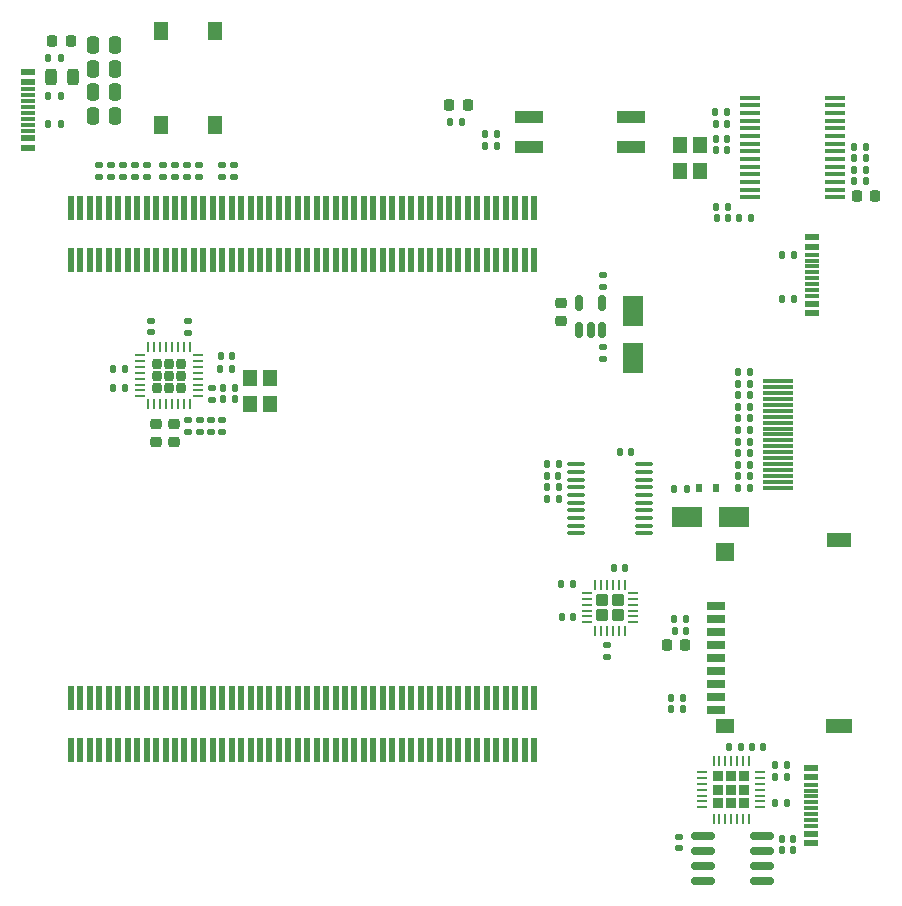
<source format=gbr>
G04 #@! TF.GenerationSoftware,KiCad,Pcbnew,(6.0.7)*
G04 #@! TF.CreationDate,2022-12-09T22:25:58+08:00*
G04 #@! TF.ProjectId,ZYNQ7000_MINIMB,5a594e51-3730-4303-905f-4d494e494d42,rev?*
G04 #@! TF.SameCoordinates,Original*
G04 #@! TF.FileFunction,Paste,Top*
G04 #@! TF.FilePolarity,Positive*
%FSLAX46Y46*%
G04 Gerber Fmt 4.6, Leading zero omitted, Abs format (unit mm)*
G04 Created by KiCad (PCBNEW (6.0.7)) date 2022-12-09 22:25:58*
%MOMM*%
%LPD*%
G01*
G04 APERTURE LIST*
G04 Aperture macros list*
%AMRoundRect*
0 Rectangle with rounded corners*
0 $1 Rounding radius*
0 $2 $3 $4 $5 $6 $7 $8 $9 X,Y pos of 4 corners*
0 Add a 4 corners polygon primitive as box body*
4,1,4,$2,$3,$4,$5,$6,$7,$8,$9,$2,$3,0*
0 Add four circle primitives for the rounded corners*
1,1,$1+$1,$2,$3*
1,1,$1+$1,$4,$5*
1,1,$1+$1,$6,$7*
1,1,$1+$1,$8,$9*
0 Add four rect primitives between the rounded corners*
20,1,$1+$1,$2,$3,$4,$5,0*
20,1,$1+$1,$4,$5,$6,$7,0*
20,1,$1+$1,$6,$7,$8,$9,0*
20,1,$1+$1,$8,$9,$2,$3,0*%
G04 Aperture macros list end*
%ADD10RoundRect,0.135000X-0.185000X0.135000X-0.185000X-0.135000X0.185000X-0.135000X0.185000X0.135000X0*%
%ADD11RoundRect,0.135000X-0.135000X-0.185000X0.135000X-0.185000X0.135000X0.185000X-0.135000X0.185000X0*%
%ADD12RoundRect,0.135000X0.135000X0.185000X-0.135000X0.185000X-0.135000X-0.185000X0.135000X-0.185000X0*%
%ADD13RoundRect,0.140000X-0.170000X0.140000X-0.170000X-0.140000X0.170000X-0.140000X0.170000X0.140000X0*%
%ADD14RoundRect,0.140000X-0.140000X-0.170000X0.140000X-0.170000X0.140000X0.170000X-0.140000X0.170000X0*%
%ADD15RoundRect,0.218750X0.218750X0.256250X-0.218750X0.256250X-0.218750X-0.256250X0.218750X-0.256250X0*%
%ADD16R,1.160000X0.600000*%
%ADD17R,1.160000X0.300000*%
%ADD18RoundRect,0.225000X-0.250000X0.225000X-0.250000X-0.225000X0.250000X-0.225000X0.250000X0.225000X0*%
%ADD19RoundRect,0.135000X0.185000X-0.135000X0.185000X0.135000X-0.185000X0.135000X-0.185000X-0.135000X0*%
%ADD20R,1.600000X0.700000*%
%ADD21R,2.200000X1.200000*%
%ADD22R,1.500000X1.200000*%
%ADD23R,1.500000X1.600000*%
%ADD24R,2.000000X1.200000*%
%ADD25RoundRect,0.250000X-0.275000X-0.275000X0.275000X-0.275000X0.275000X0.275000X-0.275000X0.275000X0*%
%ADD26RoundRect,0.062500X-0.350000X-0.062500X0.350000X-0.062500X0.350000X0.062500X-0.350000X0.062500X0*%
%ADD27RoundRect,0.062500X-0.062500X-0.350000X0.062500X-0.350000X0.062500X0.350000X-0.062500X0.350000X0*%
%ADD28R,1.750000X0.450000*%
%ADD29RoundRect,0.225000X0.225000X0.225000X-0.225000X0.225000X-0.225000X-0.225000X0.225000X-0.225000X0*%
%ADD30RoundRect,0.062500X0.337500X0.062500X-0.337500X0.062500X-0.337500X-0.062500X0.337500X-0.062500X0*%
%ADD31RoundRect,0.062500X0.062500X0.337500X-0.062500X0.337500X-0.062500X-0.337500X0.062500X-0.337500X0*%
%ADD32RoundRect,0.225000X0.250000X-0.225000X0.250000X0.225000X-0.250000X0.225000X-0.250000X-0.225000X0*%
%ADD33RoundRect,0.150000X-0.825000X-0.150000X0.825000X-0.150000X0.825000X0.150000X-0.825000X0.150000X0*%
%ADD34R,1.800000X2.500000*%
%ADD35RoundRect,0.140000X0.140000X0.170000X-0.140000X0.170000X-0.140000X-0.170000X0.140000X-0.170000X0*%
%ADD36R,1.200000X1.400000*%
%ADD37RoundRect,0.225000X-0.225000X-0.250000X0.225000X-0.250000X0.225000X0.250000X-0.225000X0.250000X0*%
%ADD38RoundRect,0.225000X0.225000X0.250000X-0.225000X0.250000X-0.225000X-0.250000X0.225000X-0.250000X0*%
%ADD39R,0.500000X2.000000*%
%ADD40R,2.500000X1.800000*%
%ADD41R,1.300000X1.550000*%
%ADD42RoundRect,0.250000X-0.250000X-0.475000X0.250000X-0.475000X0.250000X0.475000X-0.250000X0.475000X0*%
%ADD43RoundRect,0.150000X0.150000X-0.512500X0.150000X0.512500X-0.150000X0.512500X-0.150000X-0.512500X0*%
%ADD44R,2.440000X1.120000*%
%ADD45RoundRect,0.207500X-0.207500X0.207500X-0.207500X-0.207500X0.207500X-0.207500X0.207500X0.207500X0*%
%ADD46RoundRect,0.062500X-0.062500X0.375000X-0.062500X-0.375000X0.062500X-0.375000X0.062500X0.375000X0*%
%ADD47RoundRect,0.062500X-0.375000X0.062500X-0.375000X-0.062500X0.375000X-0.062500X0.375000X0.062500X0*%
%ADD48R,0.600000X0.700000*%
%ADD49RoundRect,0.243750X-0.243750X-0.456250X0.243750X-0.456250X0.243750X0.456250X-0.243750X0.456250X0*%
%ADD50R,2.600000X0.300000*%
%ADD51RoundRect,0.140000X0.170000X-0.140000X0.170000X0.140000X-0.170000X0.140000X-0.170000X-0.140000X0*%
%ADD52RoundRect,0.100000X-0.637500X-0.100000X0.637500X-0.100000X0.637500X0.100000X-0.637500X0.100000X0*%
G04 APERTURE END LIST*
D10*
G04 #@! TO.C,R1*
X94200000Y-57690000D03*
X94200000Y-58710000D03*
G04 #@! TD*
D11*
G04 #@! TO.C,R38*
X136890000Y-82050000D03*
X137910000Y-82050000D03*
G04 #@! TD*
D12*
G04 #@! TO.C,R49*
X141610000Y-69000000D03*
X140590000Y-69000000D03*
G04 #@! TD*
D10*
G04 #@! TO.C,R7*
X90200000Y-57690000D03*
X90200000Y-58710000D03*
G04 #@! TD*
D12*
G04 #@! TO.C,R55*
X137950000Y-62150000D03*
X136930000Y-62150000D03*
G04 #@! TD*
D13*
G04 #@! TO.C,C15*
X131900000Y-114520000D03*
X131900000Y-115480000D03*
G04 #@! TD*
D14*
G04 #@! TO.C,C31*
X134970000Y-54150000D03*
X135930000Y-54150000D03*
G04 #@! TD*
D15*
G04 #@! TO.C,D1*
X80387500Y-47200000D03*
X78812500Y-47200000D03*
G04 #@! TD*
D11*
G04 #@! TO.C,R37*
X136890000Y-81075000D03*
X137910000Y-81075000D03*
G04 #@! TD*
D16*
G04 #@! TO.C,J5*
X143075000Y-115080000D03*
X143075000Y-114280000D03*
D17*
X143075000Y-113130000D03*
X143075000Y-112130000D03*
X143075000Y-111630000D03*
X143075000Y-110630000D03*
D16*
X143075000Y-109480000D03*
X143075000Y-108680000D03*
X143075000Y-108680000D03*
X143075000Y-109480000D03*
D17*
X143075000Y-110130000D03*
X143075000Y-111130000D03*
X143075000Y-112630000D03*
X143075000Y-113630000D03*
D16*
X143075000Y-114280000D03*
X143075000Y-115080000D03*
G04 #@! TD*
D10*
G04 #@! TO.C,R9*
X91200000Y-57690000D03*
X91200000Y-58710000D03*
G04 #@! TD*
D18*
G04 #@! TO.C,C23*
X89100000Y-79575000D03*
X89100000Y-81125000D03*
G04 #@! TD*
D12*
G04 #@! TO.C,R54*
X147685000Y-57100000D03*
X146665000Y-57100000D03*
G04 #@! TD*
D19*
G04 #@! TO.C,R3*
X82800000Y-58710000D03*
X82800000Y-57690000D03*
G04 #@! TD*
D20*
G04 #@! TO.C,U5*
X134995000Y-95000000D03*
X134995000Y-96100000D03*
X134995000Y-97200000D03*
X134995000Y-98300000D03*
X134995000Y-99400000D03*
X134995000Y-100500000D03*
X134995000Y-101600000D03*
X134995000Y-102700000D03*
X134995000Y-103800000D03*
D21*
X145395000Y-105200000D03*
D22*
X135795000Y-105200000D03*
D23*
X135795000Y-90400000D03*
D24*
X145395000Y-89400000D03*
G04 #@! TD*
D19*
G04 #@! TO.C,R5*
X85800000Y-58710000D03*
X85800000Y-57690000D03*
G04 #@! TD*
D11*
G04 #@! TO.C,R56*
X135030000Y-61200000D03*
X136050000Y-61200000D03*
G04 #@! TD*
D25*
G04 #@! TO.C,U4*
X125370000Y-94490000D03*
X125370000Y-95790000D03*
X126670000Y-95790000D03*
X126670000Y-94490000D03*
D26*
X124082500Y-93890000D03*
X124082500Y-94390000D03*
X124082500Y-94890000D03*
X124082500Y-95390000D03*
X124082500Y-95890000D03*
X124082500Y-96390000D03*
D27*
X124770000Y-97077500D03*
X125270000Y-97077500D03*
X125770000Y-97077500D03*
X126270000Y-97077500D03*
X126770000Y-97077500D03*
X127270000Y-97077500D03*
D26*
X127957500Y-96390000D03*
X127957500Y-95890000D03*
X127957500Y-95390000D03*
X127957500Y-94890000D03*
X127957500Y-94390000D03*
X127957500Y-93890000D03*
D27*
X127270000Y-93202500D03*
X126770000Y-93202500D03*
X126270000Y-93202500D03*
X125770000Y-93202500D03*
X125270000Y-93202500D03*
X124770000Y-93202500D03*
G04 #@! TD*
D10*
G04 #@! TO.C,R40*
X90300000Y-70890000D03*
X90300000Y-71910000D03*
G04 #@! TD*
D12*
G04 #@! TO.C,R10*
X116485000Y-55075000D03*
X115465000Y-55075000D03*
G04 #@! TD*
D28*
G04 #@! TO.C,U9*
X137875000Y-51950000D03*
X137875000Y-52600000D03*
X137875000Y-53250000D03*
X137875000Y-53900000D03*
X137875000Y-54550000D03*
X137875000Y-55200000D03*
X137875000Y-55850000D03*
X137875000Y-56500000D03*
X137875000Y-57150000D03*
X137875000Y-57800000D03*
X137875000Y-58450000D03*
X137875000Y-59100000D03*
X137875000Y-59750000D03*
X137875000Y-60400000D03*
X145075000Y-60400000D03*
X145075000Y-59750000D03*
X145075000Y-59100000D03*
X145075000Y-58450000D03*
X145075000Y-57800000D03*
X145075000Y-57150000D03*
X145075000Y-56500000D03*
X145075000Y-55850000D03*
X145075000Y-55200000D03*
X145075000Y-54550000D03*
X145075000Y-53900000D03*
X145075000Y-53250000D03*
X145075000Y-52600000D03*
X145075000Y-51950000D03*
G04 #@! TD*
D14*
G04 #@! TO.C,C3*
X138020000Y-106970000D03*
X138980000Y-106970000D03*
G04 #@! TD*
D19*
G04 #@! TO.C,R4*
X86800000Y-58710000D03*
X86800000Y-57690000D03*
G04 #@! TD*
D29*
G04 #@! TO.C,U2*
X136300000Y-111670000D03*
X136300000Y-109430000D03*
X137420000Y-109430000D03*
X137420000Y-110550000D03*
X136300000Y-110550000D03*
X135180000Y-111670000D03*
X135180000Y-109430000D03*
X137420000Y-111670000D03*
X135180000Y-110550000D03*
D30*
X138750000Y-112050000D03*
X138750000Y-111550000D03*
X138750000Y-111050000D03*
X138750000Y-110550000D03*
X138750000Y-110050000D03*
X138750000Y-109550000D03*
X138750000Y-109050000D03*
D31*
X137800000Y-108100000D03*
X137300000Y-108100000D03*
X136800000Y-108100000D03*
X136300000Y-108100000D03*
X135800000Y-108100000D03*
X135300000Y-108100000D03*
X134800000Y-108100000D03*
D30*
X133850000Y-109050000D03*
X133850000Y-109550000D03*
X133850000Y-110050000D03*
X133850000Y-110550000D03*
X133850000Y-111050000D03*
X133850000Y-111550000D03*
X133850000Y-112050000D03*
D31*
X134800000Y-113000000D03*
X135300000Y-113000000D03*
X135800000Y-113000000D03*
X136300000Y-113000000D03*
X136800000Y-113000000D03*
X137300000Y-113000000D03*
X137800000Y-113000000D03*
G04 #@! TD*
D32*
G04 #@! TO.C,C22*
X121925000Y-70900000D03*
X121925000Y-69350000D03*
G04 #@! TD*
D10*
G04 #@! TO.C,R12*
X84800000Y-57690000D03*
X84800000Y-58710000D03*
G04 #@! TD*
D33*
G04 #@! TO.C,U3*
X133935000Y-114465000D03*
X133935000Y-115735000D03*
X133935000Y-117005000D03*
X133935000Y-118275000D03*
X138885000Y-118275000D03*
X138885000Y-117005000D03*
X138885000Y-115735000D03*
X138885000Y-114465000D03*
G04 #@! TD*
D11*
G04 #@! TO.C,R34*
X136890000Y-78150000D03*
X137910000Y-78150000D03*
G04 #@! TD*
D34*
G04 #@! TO.C,D4*
X128000000Y-74000000D03*
X128000000Y-70000000D03*
G04 #@! TD*
D35*
G04 #@! TO.C,C28*
X135960000Y-56400000D03*
X135000000Y-56400000D03*
G04 #@! TD*
D11*
G04 #@! TO.C,R57*
X146665000Y-58075000D03*
X147685000Y-58075000D03*
G04 #@! TD*
D19*
G04 #@! TO.C,R47*
X90325000Y-80310000D03*
X90325000Y-79290000D03*
G04 #@! TD*
D11*
G04 #@! TO.C,R35*
X136890000Y-79125000D03*
X137910000Y-79125000D03*
G04 #@! TD*
D36*
G04 #@! TO.C,Y2*
X131980000Y-56000000D03*
X131980000Y-58200000D03*
X133680000Y-58200000D03*
X133680000Y-56000000D03*
G04 #@! TD*
D11*
G04 #@! TO.C,R30*
X136890000Y-84975000D03*
X137910000Y-84975000D03*
G04 #@! TD*
D10*
G04 #@! TO.C,R44*
X92250000Y-79290000D03*
X92250000Y-80310000D03*
G04 #@! TD*
D37*
G04 #@! TO.C,C30*
X146950000Y-60275000D03*
X148500000Y-60275000D03*
G04 #@! TD*
D12*
G04 #@! TO.C,R25*
X121720000Y-82995000D03*
X120700000Y-82995000D03*
G04 #@! TD*
D11*
G04 #@! TO.C,R28*
X136890000Y-83025000D03*
X137910000Y-83025000D03*
G04 #@! TD*
D12*
G04 #@! TO.C,R17*
X79510000Y-54200000D03*
X78490000Y-54200000D03*
G04 #@! TD*
D11*
G04 #@! TO.C,R36*
X136890000Y-80100000D03*
X137910000Y-80100000D03*
G04 #@! TD*
D35*
G04 #@! TO.C,C18*
X84930000Y-74950000D03*
X83970000Y-74950000D03*
G04 #@! TD*
D14*
G04 #@! TO.C,C26*
X93295000Y-77475000D03*
X94255000Y-77475000D03*
G04 #@! TD*
D38*
G04 #@! TO.C,C12*
X132370000Y-98277500D03*
X130820000Y-98277500D03*
G04 #@! TD*
D11*
G04 #@! TO.C,R32*
X136890000Y-76200000D03*
X137910000Y-76200000D03*
G04 #@! TD*
D35*
G04 #@! TO.C,C16*
X121660000Y-83960000D03*
X120700000Y-83960000D03*
G04 #@! TD*
D14*
G04 #@! TO.C,C14*
X140570000Y-114700000D03*
X141530000Y-114700000D03*
G04 #@! TD*
D39*
G04 #@! TO.C,J2*
X80400000Y-107200000D03*
X80400000Y-102800000D03*
X81200000Y-107200000D03*
X81200000Y-102800000D03*
X82000000Y-107200000D03*
X82000000Y-102800000D03*
X82800000Y-107200000D03*
X82800000Y-102800000D03*
X83600000Y-107200000D03*
X83600000Y-102800000D03*
X84400000Y-107200000D03*
X84400000Y-102800000D03*
X85200000Y-107200000D03*
X85200000Y-102800000D03*
X86000000Y-107200000D03*
X86000000Y-102800000D03*
X86800000Y-107200000D03*
X86800000Y-102800000D03*
X87600000Y-107200000D03*
X87600000Y-102800000D03*
X88400000Y-107200000D03*
X88400000Y-102800000D03*
X89200000Y-107200000D03*
X89200000Y-102800000D03*
X90000000Y-107200000D03*
X90000000Y-102800000D03*
X90800000Y-107200000D03*
X90800000Y-102800000D03*
X91600000Y-107200000D03*
X91600000Y-102800000D03*
X92400000Y-107200000D03*
X92400000Y-102800000D03*
X93200000Y-107200000D03*
X93200000Y-102800000D03*
X94000000Y-107200000D03*
X94000000Y-102800000D03*
X94800000Y-107200000D03*
X94800000Y-102800000D03*
X95600000Y-107200000D03*
X95600000Y-102800000D03*
X96400000Y-107200000D03*
X96400000Y-102800000D03*
X97200000Y-107200000D03*
X97200000Y-102800000D03*
X98000000Y-107200000D03*
X98000000Y-102800000D03*
X98800000Y-107200000D03*
X98800000Y-102800000D03*
X99600000Y-107200000D03*
X99600000Y-102800000D03*
X100400000Y-107200000D03*
X100400000Y-102800000D03*
X101200000Y-107200000D03*
X101200000Y-102800000D03*
X102000000Y-107200000D03*
X102000000Y-102800000D03*
X102800000Y-107200000D03*
X102800000Y-102800000D03*
X103600000Y-107200000D03*
X103600000Y-102800000D03*
X104400000Y-107200000D03*
X104400000Y-102800000D03*
X105200000Y-107200000D03*
X105200000Y-102800000D03*
X106000000Y-107200000D03*
X106000000Y-102800000D03*
X106800000Y-107200000D03*
X106800000Y-102800000D03*
X107600000Y-107200000D03*
X107600000Y-102800000D03*
X108400000Y-107200000D03*
X108400000Y-102800000D03*
X109200000Y-107200000D03*
X109200000Y-102800000D03*
X110000000Y-107200000D03*
X110000000Y-102800000D03*
X110800000Y-107200000D03*
X110800000Y-102800000D03*
X111600000Y-107200000D03*
X111600000Y-102800000D03*
X112400000Y-107200000D03*
X112400000Y-102800000D03*
X113200000Y-107200000D03*
X113200000Y-102800000D03*
X114000000Y-107200000D03*
X114000000Y-102800000D03*
X114800000Y-107200000D03*
X114800000Y-102800000D03*
X115600000Y-107200000D03*
X115600000Y-102800000D03*
X116400000Y-107200000D03*
X116400000Y-102800000D03*
X117200000Y-107200000D03*
X117200000Y-102800000D03*
X118000000Y-107200000D03*
X118000000Y-102800000D03*
X118800000Y-107200000D03*
X118800000Y-102800000D03*
X119600000Y-107200000D03*
X119600000Y-102800000D03*
G04 #@! TD*
D40*
G04 #@! TO.C,D3*
X136525000Y-87475000D03*
X132525000Y-87475000D03*
G04 #@! TD*
D16*
G04 #@! TO.C,J4*
X76785000Y-49800000D03*
X76785000Y-50600000D03*
D17*
X76785000Y-51750000D03*
X76785000Y-52750000D03*
X76785000Y-53250000D03*
X76785000Y-54250000D03*
D16*
X76785000Y-55400000D03*
X76785000Y-56200000D03*
X76785000Y-56200000D03*
X76785000Y-55400000D03*
D17*
X76785000Y-54750000D03*
X76785000Y-53750000D03*
X76785000Y-52250000D03*
X76785000Y-51250000D03*
D16*
X76785000Y-50600000D03*
X76785000Y-49800000D03*
G04 #@! TD*
D12*
G04 #@! TO.C,R16*
X79510000Y-51800000D03*
X78490000Y-51800000D03*
G04 #@! TD*
D36*
G04 #@! TO.C,Y1*
X95575000Y-75675000D03*
X95575000Y-77875000D03*
X97275000Y-77875000D03*
X97275000Y-75675000D03*
G04 #@! TD*
D14*
G04 #@! TO.C,C1*
X112520000Y-54000000D03*
X113480000Y-54000000D03*
G04 #@! TD*
G04 #@! TO.C,C29*
X135060000Y-62150000D03*
X136020000Y-62150000D03*
G04 #@! TD*
D10*
G04 #@! TO.C,R8*
X88200000Y-57690000D03*
X88200000Y-58710000D03*
G04 #@! TD*
D11*
G04 #@! TO.C,R29*
X136890000Y-84000000D03*
X137910000Y-84000000D03*
G04 #@! TD*
D39*
G04 #@! TO.C,J1*
X80400000Y-65700000D03*
X80400000Y-61300000D03*
X81200000Y-65700000D03*
X81200000Y-61300000D03*
X82000000Y-65700000D03*
X82000000Y-61300000D03*
X82800000Y-65700000D03*
X82800000Y-61300000D03*
X83600000Y-65700000D03*
X83600000Y-61300000D03*
X84400000Y-65700000D03*
X84400000Y-61300000D03*
X85200000Y-65700000D03*
X85200000Y-61300000D03*
X86000000Y-65700000D03*
X86000000Y-61300000D03*
X86800000Y-65700000D03*
X86800000Y-61300000D03*
X87600000Y-65700000D03*
X87600000Y-61300000D03*
X88400000Y-65700000D03*
X88400000Y-61300000D03*
X89200000Y-65700000D03*
X89200000Y-61300000D03*
X90000000Y-65700000D03*
X90000000Y-61300000D03*
X90800000Y-65700000D03*
X90800000Y-61300000D03*
X91600000Y-65700000D03*
X91600000Y-61300000D03*
X92400000Y-65700000D03*
X92400000Y-61300000D03*
X93200000Y-65700000D03*
X93200000Y-61300000D03*
X94000000Y-65700000D03*
X94000000Y-61300000D03*
X94800000Y-65700000D03*
X94800000Y-61300000D03*
X95600000Y-65700000D03*
X95600000Y-61300000D03*
X96400000Y-65700000D03*
X96400000Y-61300000D03*
X97200000Y-65700000D03*
X97200000Y-61300000D03*
X98000000Y-65700000D03*
X98000000Y-61300000D03*
X98800000Y-65700000D03*
X98800000Y-61300000D03*
X99600000Y-65700000D03*
X99600000Y-61300000D03*
X100400000Y-65700000D03*
X100400000Y-61300000D03*
X101200000Y-65700000D03*
X101200000Y-61300000D03*
X102000000Y-65700000D03*
X102000000Y-61300000D03*
X102800000Y-65700000D03*
X102800000Y-61300000D03*
X103600000Y-65700000D03*
X103600000Y-61300000D03*
X104400000Y-65700000D03*
X104400000Y-61300000D03*
X105200000Y-65700000D03*
X105200000Y-61300000D03*
X106000000Y-65700000D03*
X106000000Y-61300000D03*
X106800000Y-65700000D03*
X106800000Y-61300000D03*
X107600000Y-65700000D03*
X107600000Y-61300000D03*
X108400000Y-65700000D03*
X108400000Y-61300000D03*
X109200000Y-65700000D03*
X109200000Y-61300000D03*
X110000000Y-65700000D03*
X110000000Y-61300000D03*
X110800000Y-65700000D03*
X110800000Y-61300000D03*
X111600000Y-65700000D03*
X111600000Y-61300000D03*
X112400000Y-65700000D03*
X112400000Y-61300000D03*
X113200000Y-65700000D03*
X113200000Y-61300000D03*
X114000000Y-65700000D03*
X114000000Y-61300000D03*
X114800000Y-65700000D03*
X114800000Y-61300000D03*
X115600000Y-65700000D03*
X115600000Y-61300000D03*
X116400000Y-65700000D03*
X116400000Y-61300000D03*
X117200000Y-65700000D03*
X117200000Y-61300000D03*
X118000000Y-65700000D03*
X118000000Y-61300000D03*
X118800000Y-65700000D03*
X118800000Y-61300000D03*
X119600000Y-65700000D03*
X119600000Y-61300000D03*
G04 #@! TD*
D41*
G04 #@! TO.C,SW2*
X92550000Y-46320000D03*
X92550000Y-54280000D03*
X88050000Y-54280000D03*
X88050000Y-46320000D03*
G04 #@! TD*
D42*
G04 #@! TO.C,C7*
X82250000Y-53500000D03*
X84150000Y-53500000D03*
G04 #@! TD*
D43*
G04 #@! TO.C,U8*
X123450000Y-71637500D03*
X124400000Y-71637500D03*
X125350000Y-71637500D03*
X125350000Y-69362500D03*
X123450000Y-69362500D03*
G04 #@! TD*
D14*
G04 #@! TO.C,C17*
X126880000Y-81945000D03*
X127840000Y-81945000D03*
G04 #@! TD*
D11*
G04 #@! TO.C,R15*
X139990000Y-108470000D03*
X141010000Y-108470000D03*
G04 #@! TD*
D44*
G04 #@! TO.C,SW1*
X119170000Y-53605000D03*
X119170000Y-56145000D03*
X127780000Y-56145000D03*
X127780000Y-53605000D03*
G04 #@! TD*
D35*
G04 #@! TO.C,C24*
X84930000Y-76550000D03*
X83970000Y-76550000D03*
G04 #@! TD*
D12*
G04 #@! TO.C,R53*
X147685000Y-56125000D03*
X146665000Y-56125000D03*
G04 #@! TD*
D37*
G04 #@! TO.C,C2*
X112425000Y-52600000D03*
X113975000Y-52600000D03*
G04 #@! TD*
D14*
G04 #@! TO.C,C25*
X93295000Y-76550000D03*
X94255000Y-76550000D03*
G04 #@! TD*
D11*
G04 #@! TO.C,R39*
X131490000Y-85090000D03*
X132510000Y-85090000D03*
G04 #@! TD*
D35*
G04 #@! TO.C,C11*
X127330000Y-91760000D03*
X126370000Y-91760000D03*
G04 #@! TD*
D14*
G04 #@! TO.C,C4*
X140020000Y-109470000D03*
X140980000Y-109470000D03*
G04 #@! TD*
D12*
G04 #@! TO.C,R18*
X137145000Y-106970000D03*
X136125000Y-106970000D03*
G04 #@! TD*
D14*
G04 #@! TO.C,C10*
X121940000Y-95940000D03*
X122900000Y-95940000D03*
G04 #@! TD*
D10*
G04 #@! TO.C,R43*
X91290000Y-79290000D03*
X91290000Y-80310000D03*
G04 #@! TD*
D11*
G04 #@! TO.C,R51*
X134940000Y-53200000D03*
X135960000Y-53200000D03*
G04 #@! TD*
D45*
G04 #@! TO.C,U7*
X87670000Y-76530000D03*
X89730000Y-75500000D03*
X87670000Y-74470000D03*
X87670000Y-75500000D03*
X89730000Y-74470000D03*
X88700000Y-75500000D03*
X88700000Y-76530000D03*
X89730000Y-76530000D03*
X88700000Y-74470000D03*
D46*
X90450000Y-73062500D03*
X89950000Y-73062500D03*
X89450000Y-73062500D03*
X88950000Y-73062500D03*
X88450000Y-73062500D03*
X87950000Y-73062500D03*
X87450000Y-73062500D03*
X86950000Y-73062500D03*
D47*
X86262500Y-73750000D03*
X86262500Y-74250000D03*
X86262500Y-74750000D03*
X86262500Y-75250000D03*
X86262500Y-75750000D03*
X86262500Y-76250000D03*
X86262500Y-76750000D03*
X86262500Y-77250000D03*
D46*
X86950000Y-77937500D03*
X87450000Y-77937500D03*
X87950000Y-77937500D03*
X88450000Y-77937500D03*
X88950000Y-77937500D03*
X89450000Y-77937500D03*
X89950000Y-77937500D03*
X90450000Y-77937500D03*
D47*
X91137500Y-77250000D03*
X91137500Y-76750000D03*
X91137500Y-76250000D03*
X91137500Y-75750000D03*
X91137500Y-75250000D03*
X91137500Y-74750000D03*
X91137500Y-74250000D03*
X91137500Y-73750000D03*
G04 #@! TD*
D48*
G04 #@! TO.C,D2*
X134970000Y-85000000D03*
X133570000Y-85000000D03*
G04 #@! TD*
D11*
G04 #@! TO.C,R31*
X136890000Y-75225000D03*
X137910000Y-75225000D03*
G04 #@! TD*
G04 #@! TO.C,R24*
X131485000Y-96077500D03*
X132505000Y-96077500D03*
G04 #@! TD*
D19*
G04 #@! TO.C,R46*
X92375000Y-77560000D03*
X92375000Y-76540000D03*
G04 #@! TD*
D12*
G04 #@! TO.C,R50*
X141635000Y-65300000D03*
X140615000Y-65300000D03*
G04 #@! TD*
D49*
G04 #@! TO.C,F1*
X78662500Y-50200000D03*
X80537500Y-50200000D03*
G04 #@! TD*
D11*
G04 #@! TO.C,R21*
X131205000Y-102750000D03*
X132225000Y-102750000D03*
G04 #@! TD*
D35*
G04 #@! TO.C,C27*
X135960000Y-55450000D03*
X135000000Y-55450000D03*
G04 #@! TD*
D19*
G04 #@! TO.C,R23*
X125770000Y-99300000D03*
X125770000Y-98280000D03*
G04 #@! TD*
D11*
G04 #@! TO.C,R22*
X131205000Y-103750000D03*
X132225000Y-103750000D03*
G04 #@! TD*
D12*
G04 #@! TO.C,R52*
X147685000Y-59025000D03*
X146665000Y-59025000D03*
G04 #@! TD*
D19*
G04 #@! TO.C,R41*
X93200000Y-80310000D03*
X93200000Y-79290000D03*
G04 #@! TD*
D10*
G04 #@! TO.C,R13*
X83800000Y-57690000D03*
X83800000Y-58710000D03*
G04 #@! TD*
D11*
G04 #@! TO.C,R14*
X139990000Y-111670000D03*
X141010000Y-111670000D03*
G04 #@! TD*
D14*
G04 #@! TO.C,C19*
X93080000Y-73800000D03*
X94040000Y-73800000D03*
G04 #@! TD*
D50*
G04 #@! TO.C,J6*
X140265000Y-75975000D03*
X140265000Y-76475000D03*
X140265000Y-76975000D03*
X140265000Y-77475000D03*
X140265000Y-77975000D03*
X140265000Y-78475000D03*
X140265000Y-78975000D03*
X140265000Y-79475000D03*
X140265000Y-79975000D03*
X140265000Y-80475000D03*
X140265000Y-80975000D03*
X140265000Y-81475000D03*
X140265000Y-81975000D03*
X140265000Y-82475000D03*
X140265000Y-82975000D03*
X140265000Y-83475000D03*
X140265000Y-83975000D03*
X140265000Y-84475000D03*
X140265000Y-84975000D03*
G04 #@! TD*
D51*
G04 #@! TO.C,C21*
X87150000Y-71830000D03*
X87150000Y-70870000D03*
G04 #@! TD*
D11*
G04 #@! TO.C,R20*
X121910000Y-93140000D03*
X122930000Y-93140000D03*
G04 #@! TD*
D10*
G04 #@! TO.C,R2*
X93200000Y-57690000D03*
X93200000Y-58710000D03*
G04 #@! TD*
D42*
G04 #@! TO.C,C8*
X82250000Y-49500000D03*
X84150000Y-49500000D03*
G04 #@! TD*
D10*
G04 #@! TO.C,R45*
X125400000Y-66990000D03*
X125400000Y-68010000D03*
G04 #@! TD*
D12*
G04 #@! TO.C,R27*
X121700000Y-85930000D03*
X120680000Y-85930000D03*
G04 #@! TD*
D16*
G04 #@! TO.C,J9*
X143140000Y-70200000D03*
X143140000Y-69400000D03*
D17*
X143140000Y-68250000D03*
X143140000Y-67250000D03*
X143140000Y-66750000D03*
X143140000Y-65750000D03*
D16*
X143140000Y-64600000D03*
X143140000Y-63800000D03*
X143140000Y-63800000D03*
X143140000Y-64600000D03*
D17*
X143140000Y-65250000D03*
X143140000Y-66250000D03*
X143140000Y-67750000D03*
X143140000Y-68750000D03*
D16*
X143140000Y-69400000D03*
X143140000Y-70200000D03*
G04 #@! TD*
D10*
G04 #@! TO.C,R48*
X125400000Y-73090000D03*
X125400000Y-74110000D03*
G04 #@! TD*
D12*
G04 #@! TO.C,R11*
X116485000Y-56075000D03*
X115465000Y-56075000D03*
G04 #@! TD*
D14*
G04 #@! TO.C,C9*
X140570000Y-115650000D03*
X141530000Y-115650000D03*
G04 #@! TD*
D10*
G04 #@! TO.C,R6*
X89200000Y-57690000D03*
X89200000Y-58710000D03*
G04 #@! TD*
D18*
G04 #@! TO.C,C20*
X87625000Y-79575000D03*
X87625000Y-81125000D03*
G04 #@! TD*
D11*
G04 #@! TO.C,R42*
X93050000Y-74900000D03*
X94070000Y-74900000D03*
G04 #@! TD*
D52*
G04 #@! TO.C,U6*
X123147500Y-82995000D03*
X123147500Y-83645000D03*
X123147500Y-84295000D03*
X123147500Y-84945000D03*
X123147500Y-85595000D03*
X123147500Y-86245000D03*
X123147500Y-86895000D03*
X123147500Y-87545000D03*
X123147500Y-88195000D03*
X123147500Y-88845000D03*
X128872500Y-88845000D03*
X128872500Y-88195000D03*
X128872500Y-87545000D03*
X128872500Y-86895000D03*
X128872500Y-86245000D03*
X128872500Y-85595000D03*
X128872500Y-84945000D03*
X128872500Y-84295000D03*
X128872500Y-83645000D03*
X128872500Y-82995000D03*
G04 #@! TD*
D11*
G04 #@! TO.C,R19*
X78490000Y-48600000D03*
X79510000Y-48600000D03*
G04 #@! TD*
D12*
G04 #@! TO.C,R26*
X121700000Y-84940000D03*
X120680000Y-84940000D03*
G04 #@! TD*
D42*
G04 #@! TO.C,C6*
X82250000Y-51500000D03*
X84150000Y-51500000D03*
G04 #@! TD*
D11*
G04 #@! TO.C,R33*
X136890000Y-77175000D03*
X137910000Y-77175000D03*
G04 #@! TD*
D42*
G04 #@! TO.C,C5*
X82250000Y-47500000D03*
X84150000Y-47500000D03*
G04 #@! TD*
D35*
G04 #@! TO.C,C13*
X132475000Y-97077500D03*
X131515000Y-97077500D03*
G04 #@! TD*
M02*

</source>
